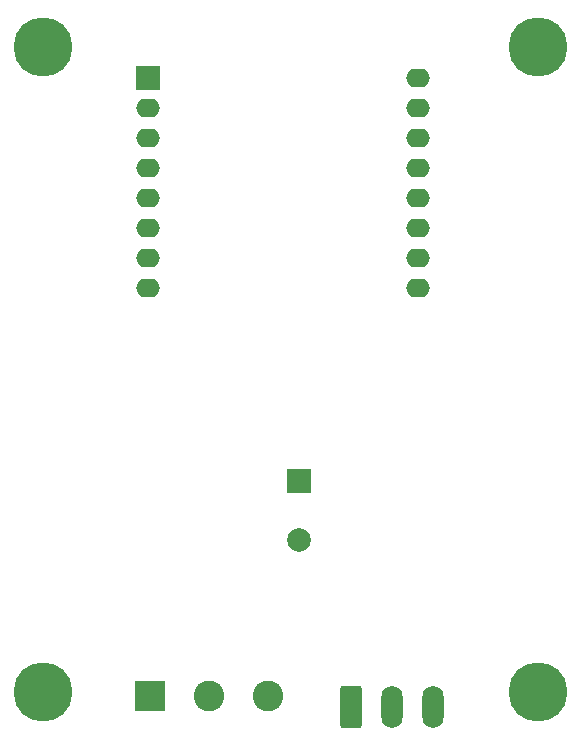
<source format=gbs>
%TF.GenerationSoftware,KiCad,Pcbnew,7.0.7*%
%TF.CreationDate,2023-10-28T13:50:55-06:00*%
%TF.ProjectId,RatGDO-OpenSource,52617447-444f-42d4-9f70-656e536f7572,rev?*%
%TF.SameCoordinates,Original*%
%TF.FileFunction,Soldermask,Bot*%
%TF.FilePolarity,Negative*%
%FSLAX46Y46*%
G04 Gerber Fmt 4.6, Leading zero omitted, Abs format (unit mm)*
G04 Created by KiCad (PCBNEW 7.0.7) date 2023-10-28 13:50:55*
%MOMM*%
%LPD*%
G01*
G04 APERTURE LIST*
G04 Aperture macros list*
%AMRoundRect*
0 Rectangle with rounded corners*
0 $1 Rounding radius*
0 $2 $3 $4 $5 $6 $7 $8 $9 X,Y pos of 4 corners*
0 Add a 4 corners polygon primitive as box body*
4,1,4,$2,$3,$4,$5,$6,$7,$8,$9,$2,$3,0*
0 Add four circle primitives for the rounded corners*
1,1,$1+$1,$2,$3*
1,1,$1+$1,$4,$5*
1,1,$1+$1,$6,$7*
1,1,$1+$1,$8,$9*
0 Add four rect primitives between the rounded corners*
20,1,$1+$1,$2,$3,$4,$5,0*
20,1,$1+$1,$4,$5,$6,$7,0*
20,1,$1+$1,$6,$7,$8,$9,0*
20,1,$1+$1,$8,$9,$2,$3,0*%
G04 Aperture macros list end*
%ADD10C,2.000000*%
%ADD11R,2.000000X2.000000*%
%ADD12C,5.000000*%
%ADD13O,2.000000X1.600000*%
%ADD14RoundRect,0.250000X-0.650000X-1.550000X0.650000X-1.550000X0.650000X1.550000X-0.650000X1.550000X0*%
%ADD15O,1.800000X3.600000*%
%ADD16R,2.600000X2.600000*%
%ADD17C,2.600000*%
G04 APERTURE END LIST*
D10*
%TO.C,C2*%
X142289668Y-105262965D03*
D11*
X142289668Y-100262965D03*
%TD*%
D12*
%TO.C,REF\u002A\u002A*%
X162560000Y-63500000D03*
%TD*%
%TO.C,REF\u002A\u002A*%
X162560000Y-118110000D03*
%TD*%
D11*
%TO.C,U1*%
X129547500Y-66160000D03*
D13*
X129547500Y-68700000D03*
X129547500Y-71240000D03*
X129547500Y-73780000D03*
X129547500Y-76320000D03*
X129547500Y-78860000D03*
X129547500Y-81400000D03*
X129547500Y-83940000D03*
X152407500Y-83940000D03*
X152407500Y-81400000D03*
X152407500Y-78860000D03*
X152407500Y-76320000D03*
X152407500Y-73780000D03*
X152407500Y-71240000D03*
X152407500Y-68700000D03*
X152407500Y-66160000D03*
%TD*%
D12*
%TO.C,REF\u002A\u002A*%
X120650000Y-118110000D03*
%TD*%
%TO.C,REF\u002A\u002A*%
X120650000Y-63500000D03*
%TD*%
D14*
%TO.C,J2*%
X146670000Y-119380000D03*
D15*
X150170000Y-119380000D03*
X153670000Y-119380000D03*
%TD*%
D16*
%TO.C,J1*%
X129700000Y-118415000D03*
D17*
X134700000Y-118415000D03*
X139700000Y-118415000D03*
%TD*%
M02*

</source>
